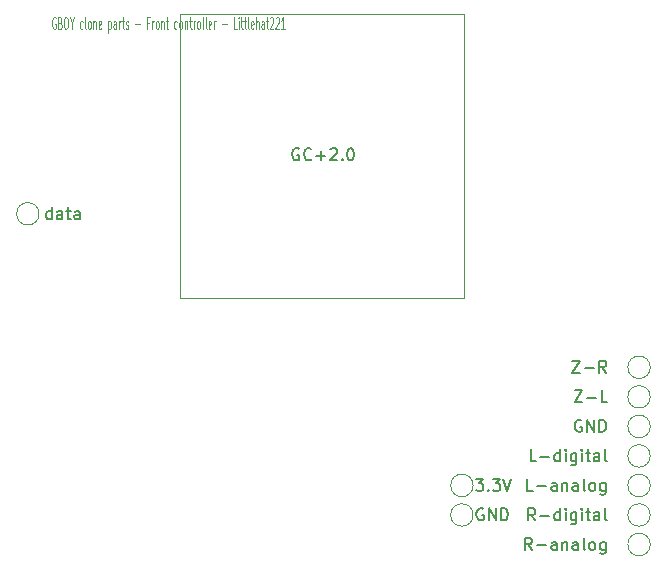
<source format=gbr>
%TF.GenerationSoftware,KiCad,Pcbnew,(6.0.5)*%
%TF.CreationDate,2022-06-15T00:03:33-05:00*%
%TF.ProjectId,GBOYFrontController,47424f59-4672-46f6-9e74-436f6e74726f,rev?*%
%TF.SameCoordinates,Original*%
%TF.FileFunction,Legend,Top*%
%TF.FilePolarity,Positive*%
%FSLAX46Y46*%
G04 Gerber Fmt 4.6, Leading zero omitted, Abs format (unit mm)*
G04 Created by KiCad (PCBNEW (6.0.5)) date 2022-06-15 00:03:33*
%MOMM*%
%LPD*%
G01*
G04 APERTURE LIST*
%ADD10C,0.100000*%
%ADD11C,0.150000*%
%ADD12C,0.120000*%
G04 APERTURE END LIST*
D10*
X17845952Y-99900000D02*
X17798333Y-99852380D01*
X17726904Y-99852380D01*
X17655476Y-99900000D01*
X17607857Y-99995238D01*
X17584047Y-100090476D01*
X17560238Y-100280952D01*
X17560238Y-100423809D01*
X17584047Y-100614285D01*
X17607857Y-100709523D01*
X17655476Y-100804761D01*
X17726904Y-100852380D01*
X17774523Y-100852380D01*
X17845952Y-100804761D01*
X17869761Y-100757142D01*
X17869761Y-100423809D01*
X17774523Y-100423809D01*
X18250714Y-100328571D02*
X18322142Y-100376190D01*
X18345952Y-100423809D01*
X18369761Y-100519047D01*
X18369761Y-100661904D01*
X18345952Y-100757142D01*
X18322142Y-100804761D01*
X18274523Y-100852380D01*
X18084047Y-100852380D01*
X18084047Y-99852380D01*
X18250714Y-99852380D01*
X18298333Y-99900000D01*
X18322142Y-99947619D01*
X18345952Y-100042857D01*
X18345952Y-100138095D01*
X18322142Y-100233333D01*
X18298333Y-100280952D01*
X18250714Y-100328571D01*
X18084047Y-100328571D01*
X18679285Y-99852380D02*
X18774523Y-99852380D01*
X18822142Y-99900000D01*
X18869761Y-99995238D01*
X18893571Y-100185714D01*
X18893571Y-100519047D01*
X18869761Y-100709523D01*
X18822142Y-100804761D01*
X18774523Y-100852380D01*
X18679285Y-100852380D01*
X18631666Y-100804761D01*
X18584047Y-100709523D01*
X18560238Y-100519047D01*
X18560238Y-100185714D01*
X18584047Y-99995238D01*
X18631666Y-99900000D01*
X18679285Y-99852380D01*
X19203095Y-100376190D02*
X19203095Y-100852380D01*
X19036428Y-99852380D02*
X19203095Y-100376190D01*
X19369761Y-99852380D01*
X20131666Y-100804761D02*
X20084047Y-100852380D01*
X19988809Y-100852380D01*
X19941190Y-100804761D01*
X19917380Y-100757142D01*
X19893571Y-100661904D01*
X19893571Y-100376190D01*
X19917380Y-100280952D01*
X19941190Y-100233333D01*
X19988809Y-100185714D01*
X20084047Y-100185714D01*
X20131666Y-100233333D01*
X20417380Y-100852380D02*
X20369761Y-100804761D01*
X20345952Y-100709523D01*
X20345952Y-99852380D01*
X20679285Y-100852380D02*
X20631666Y-100804761D01*
X20607857Y-100757142D01*
X20584047Y-100661904D01*
X20584047Y-100376190D01*
X20607857Y-100280952D01*
X20631666Y-100233333D01*
X20679285Y-100185714D01*
X20750714Y-100185714D01*
X20798333Y-100233333D01*
X20822142Y-100280952D01*
X20845952Y-100376190D01*
X20845952Y-100661904D01*
X20822142Y-100757142D01*
X20798333Y-100804761D01*
X20750714Y-100852380D01*
X20679285Y-100852380D01*
X21060238Y-100185714D02*
X21060238Y-100852380D01*
X21060238Y-100280952D02*
X21084047Y-100233333D01*
X21131666Y-100185714D01*
X21203095Y-100185714D01*
X21250714Y-100233333D01*
X21274523Y-100328571D01*
X21274523Y-100852380D01*
X21703095Y-100804761D02*
X21655476Y-100852380D01*
X21560238Y-100852380D01*
X21512619Y-100804761D01*
X21488809Y-100709523D01*
X21488809Y-100328571D01*
X21512619Y-100233333D01*
X21560238Y-100185714D01*
X21655476Y-100185714D01*
X21703095Y-100233333D01*
X21726904Y-100328571D01*
X21726904Y-100423809D01*
X21488809Y-100519047D01*
X22322142Y-100185714D02*
X22322142Y-101185714D01*
X22322142Y-100233333D02*
X22369761Y-100185714D01*
X22465000Y-100185714D01*
X22512619Y-100233333D01*
X22536428Y-100280952D01*
X22560238Y-100376190D01*
X22560238Y-100661904D01*
X22536428Y-100757142D01*
X22512619Y-100804761D01*
X22465000Y-100852380D01*
X22369761Y-100852380D01*
X22322142Y-100804761D01*
X22988809Y-100852380D02*
X22988809Y-100328571D01*
X22965000Y-100233333D01*
X22917380Y-100185714D01*
X22822142Y-100185714D01*
X22774523Y-100233333D01*
X22988809Y-100804761D02*
X22941190Y-100852380D01*
X22822142Y-100852380D01*
X22774523Y-100804761D01*
X22750714Y-100709523D01*
X22750714Y-100614285D01*
X22774523Y-100519047D01*
X22822142Y-100471428D01*
X22941190Y-100471428D01*
X22988809Y-100423809D01*
X23226904Y-100852380D02*
X23226904Y-100185714D01*
X23226904Y-100376190D02*
X23250714Y-100280952D01*
X23274523Y-100233333D01*
X23322142Y-100185714D01*
X23369761Y-100185714D01*
X23465000Y-100185714D02*
X23655476Y-100185714D01*
X23536428Y-99852380D02*
X23536428Y-100709523D01*
X23560238Y-100804761D01*
X23607857Y-100852380D01*
X23655476Y-100852380D01*
X23798333Y-100804761D02*
X23845952Y-100852380D01*
X23941190Y-100852380D01*
X23988809Y-100804761D01*
X24012619Y-100709523D01*
X24012619Y-100661904D01*
X23988809Y-100566666D01*
X23941190Y-100519047D01*
X23869761Y-100519047D01*
X23822142Y-100471428D01*
X23798333Y-100376190D01*
X23798333Y-100328571D01*
X23822142Y-100233333D01*
X23869761Y-100185714D01*
X23941190Y-100185714D01*
X23988809Y-100233333D01*
X24607857Y-100471428D02*
X24988809Y-100471428D01*
X25774523Y-100328571D02*
X25607857Y-100328571D01*
X25607857Y-100852380D02*
X25607857Y-99852380D01*
X25845952Y-99852380D01*
X26036428Y-100852380D02*
X26036428Y-100185714D01*
X26036428Y-100376190D02*
X26060238Y-100280952D01*
X26084047Y-100233333D01*
X26131666Y-100185714D01*
X26179285Y-100185714D01*
X26417380Y-100852380D02*
X26369761Y-100804761D01*
X26345952Y-100757142D01*
X26322142Y-100661904D01*
X26322142Y-100376190D01*
X26345952Y-100280952D01*
X26369761Y-100233333D01*
X26417380Y-100185714D01*
X26488809Y-100185714D01*
X26536428Y-100233333D01*
X26560238Y-100280952D01*
X26584047Y-100376190D01*
X26584047Y-100661904D01*
X26560238Y-100757142D01*
X26536428Y-100804761D01*
X26488809Y-100852380D01*
X26417380Y-100852380D01*
X26798333Y-100185714D02*
X26798333Y-100852380D01*
X26798333Y-100280952D02*
X26822142Y-100233333D01*
X26869761Y-100185714D01*
X26941190Y-100185714D01*
X26988809Y-100233333D01*
X27012619Y-100328571D01*
X27012619Y-100852380D01*
X27179285Y-100185714D02*
X27369761Y-100185714D01*
X27250714Y-99852380D02*
X27250714Y-100709523D01*
X27274523Y-100804761D01*
X27322142Y-100852380D01*
X27369761Y-100852380D01*
X28131666Y-100804761D02*
X28084047Y-100852380D01*
X27988809Y-100852380D01*
X27941190Y-100804761D01*
X27917380Y-100757142D01*
X27893571Y-100661904D01*
X27893571Y-100376190D01*
X27917380Y-100280952D01*
X27941190Y-100233333D01*
X27988809Y-100185714D01*
X28084047Y-100185714D01*
X28131666Y-100233333D01*
X28417380Y-100852380D02*
X28369761Y-100804761D01*
X28345952Y-100757142D01*
X28322142Y-100661904D01*
X28322142Y-100376190D01*
X28345952Y-100280952D01*
X28369761Y-100233333D01*
X28417380Y-100185714D01*
X28488809Y-100185714D01*
X28536428Y-100233333D01*
X28560238Y-100280952D01*
X28584047Y-100376190D01*
X28584047Y-100661904D01*
X28560238Y-100757142D01*
X28536428Y-100804761D01*
X28488809Y-100852380D01*
X28417380Y-100852380D01*
X28798333Y-100185714D02*
X28798333Y-100852380D01*
X28798333Y-100280952D02*
X28822142Y-100233333D01*
X28869761Y-100185714D01*
X28941190Y-100185714D01*
X28988809Y-100233333D01*
X29012619Y-100328571D01*
X29012619Y-100852380D01*
X29179285Y-100185714D02*
X29369761Y-100185714D01*
X29250714Y-99852380D02*
X29250714Y-100709523D01*
X29274523Y-100804761D01*
X29322142Y-100852380D01*
X29369761Y-100852380D01*
X29536428Y-100852380D02*
X29536428Y-100185714D01*
X29536428Y-100376190D02*
X29560238Y-100280952D01*
X29584047Y-100233333D01*
X29631666Y-100185714D01*
X29679285Y-100185714D01*
X29917380Y-100852380D02*
X29869761Y-100804761D01*
X29845952Y-100757142D01*
X29822142Y-100661904D01*
X29822142Y-100376190D01*
X29845952Y-100280952D01*
X29869761Y-100233333D01*
X29917380Y-100185714D01*
X29988809Y-100185714D01*
X30036428Y-100233333D01*
X30060238Y-100280952D01*
X30084047Y-100376190D01*
X30084047Y-100661904D01*
X30060238Y-100757142D01*
X30036428Y-100804761D01*
X29988809Y-100852380D01*
X29917380Y-100852380D01*
X30369761Y-100852380D02*
X30322142Y-100804761D01*
X30298333Y-100709523D01*
X30298333Y-99852380D01*
X30631666Y-100852380D02*
X30584047Y-100804761D01*
X30560238Y-100709523D01*
X30560238Y-99852380D01*
X31012619Y-100804761D02*
X30964999Y-100852380D01*
X30869761Y-100852380D01*
X30822142Y-100804761D01*
X30798333Y-100709523D01*
X30798333Y-100328571D01*
X30822142Y-100233333D01*
X30869761Y-100185714D01*
X30964999Y-100185714D01*
X31012619Y-100233333D01*
X31036428Y-100328571D01*
X31036428Y-100423809D01*
X30798333Y-100519047D01*
X31250714Y-100852380D02*
X31250714Y-100185714D01*
X31250714Y-100376190D02*
X31274523Y-100280952D01*
X31298333Y-100233333D01*
X31345952Y-100185714D01*
X31393571Y-100185714D01*
X31941190Y-100471428D02*
X32322142Y-100471428D01*
X33179285Y-100852380D02*
X32941190Y-100852380D01*
X32941190Y-99852380D01*
X33345952Y-100852380D02*
X33345952Y-100185714D01*
X33345952Y-99852380D02*
X33322142Y-99900000D01*
X33345952Y-99947619D01*
X33369761Y-99900000D01*
X33345952Y-99852380D01*
X33345952Y-99947619D01*
X33512619Y-100185714D02*
X33703095Y-100185714D01*
X33584047Y-99852380D02*
X33584047Y-100709523D01*
X33607857Y-100804761D01*
X33655476Y-100852380D01*
X33703095Y-100852380D01*
X33798333Y-100185714D02*
X33988809Y-100185714D01*
X33869761Y-99852380D02*
X33869761Y-100709523D01*
X33893571Y-100804761D01*
X33941190Y-100852380D01*
X33988809Y-100852380D01*
X34226904Y-100852380D02*
X34179285Y-100804761D01*
X34155476Y-100709523D01*
X34155476Y-99852380D01*
X34607857Y-100804761D02*
X34560238Y-100852380D01*
X34465000Y-100852380D01*
X34417380Y-100804761D01*
X34393571Y-100709523D01*
X34393571Y-100328571D01*
X34417380Y-100233333D01*
X34465000Y-100185714D01*
X34560238Y-100185714D01*
X34607857Y-100233333D01*
X34631666Y-100328571D01*
X34631666Y-100423809D01*
X34393571Y-100519047D01*
X34845952Y-100852380D02*
X34845952Y-99852380D01*
X35060238Y-100852380D02*
X35060238Y-100328571D01*
X35036428Y-100233333D01*
X34988809Y-100185714D01*
X34917380Y-100185714D01*
X34869761Y-100233333D01*
X34845952Y-100280952D01*
X35512619Y-100852380D02*
X35512619Y-100328571D01*
X35488809Y-100233333D01*
X35441190Y-100185714D01*
X35345952Y-100185714D01*
X35298333Y-100233333D01*
X35512619Y-100804761D02*
X35465000Y-100852380D01*
X35345952Y-100852380D01*
X35298333Y-100804761D01*
X35274523Y-100709523D01*
X35274523Y-100614285D01*
X35298333Y-100519047D01*
X35345952Y-100471428D01*
X35465000Y-100471428D01*
X35512619Y-100423809D01*
X35679285Y-100185714D02*
X35869761Y-100185714D01*
X35750714Y-99852380D02*
X35750714Y-100709523D01*
X35774523Y-100804761D01*
X35822142Y-100852380D01*
X35869761Y-100852380D01*
X36012619Y-99947619D02*
X36036428Y-99900000D01*
X36084047Y-99852380D01*
X36203095Y-99852380D01*
X36250714Y-99900000D01*
X36274523Y-99947619D01*
X36298333Y-100042857D01*
X36298333Y-100138095D01*
X36274523Y-100280952D01*
X35988809Y-100852380D01*
X36298333Y-100852380D01*
X36488809Y-99947619D02*
X36512619Y-99900000D01*
X36560238Y-99852380D01*
X36679285Y-99852380D01*
X36726904Y-99900000D01*
X36750714Y-99947619D01*
X36774523Y-100042857D01*
X36774523Y-100138095D01*
X36750714Y-100280952D01*
X36465000Y-100852380D01*
X36774523Y-100852380D01*
X37250714Y-100852380D02*
X36965000Y-100852380D01*
X37107857Y-100852380D02*
X37107857Y-99852380D01*
X37060238Y-99995238D01*
X37012619Y-100090476D01*
X36965000Y-100138095D01*
D11*
%TO.C,TP1*%
X17514166Y-116952380D02*
X17514166Y-115952380D01*
X17514166Y-116904761D02*
X17418928Y-116952380D01*
X17228452Y-116952380D01*
X17133214Y-116904761D01*
X17085595Y-116857142D01*
X17037976Y-116761904D01*
X17037976Y-116476190D01*
X17085595Y-116380952D01*
X17133214Y-116333333D01*
X17228452Y-116285714D01*
X17418928Y-116285714D01*
X17514166Y-116333333D01*
X18418928Y-116952380D02*
X18418928Y-116428571D01*
X18371309Y-116333333D01*
X18276071Y-116285714D01*
X18085595Y-116285714D01*
X17990357Y-116333333D01*
X18418928Y-116904761D02*
X18323690Y-116952380D01*
X18085595Y-116952380D01*
X17990357Y-116904761D01*
X17942738Y-116809523D01*
X17942738Y-116714285D01*
X17990357Y-116619047D01*
X18085595Y-116571428D01*
X18323690Y-116571428D01*
X18418928Y-116523809D01*
X18752261Y-116285714D02*
X19133214Y-116285714D01*
X18895119Y-115952380D02*
X18895119Y-116809523D01*
X18942738Y-116904761D01*
X19037976Y-116952380D01*
X19133214Y-116952380D01*
X19895119Y-116952380D02*
X19895119Y-116428571D01*
X19847500Y-116333333D01*
X19752261Y-116285714D01*
X19561785Y-116285714D01*
X19466547Y-116333333D01*
X19895119Y-116904761D02*
X19799880Y-116952380D01*
X19561785Y-116952380D01*
X19466547Y-116904761D01*
X19418928Y-116809523D01*
X19418928Y-116714285D01*
X19466547Y-116619047D01*
X19561785Y-116571428D01*
X19799880Y-116571428D01*
X19895119Y-116523809D01*
%TO.C,TP2*%
X58176309Y-144952380D02*
X57842976Y-144476190D01*
X57604880Y-144952380D02*
X57604880Y-143952380D01*
X57985833Y-143952380D01*
X58081071Y-144000000D01*
X58128690Y-144047619D01*
X58176309Y-144142857D01*
X58176309Y-144285714D01*
X58128690Y-144380952D01*
X58081071Y-144428571D01*
X57985833Y-144476190D01*
X57604880Y-144476190D01*
X58604880Y-144571428D02*
X59366785Y-144571428D01*
X60271547Y-144952380D02*
X60271547Y-144428571D01*
X60223928Y-144333333D01*
X60128690Y-144285714D01*
X59938214Y-144285714D01*
X59842976Y-144333333D01*
X60271547Y-144904761D02*
X60176309Y-144952380D01*
X59938214Y-144952380D01*
X59842976Y-144904761D01*
X59795357Y-144809523D01*
X59795357Y-144714285D01*
X59842976Y-144619047D01*
X59938214Y-144571428D01*
X60176309Y-144571428D01*
X60271547Y-144523809D01*
X60747738Y-144285714D02*
X60747738Y-144952380D01*
X60747738Y-144380952D02*
X60795357Y-144333333D01*
X60890595Y-144285714D01*
X61033452Y-144285714D01*
X61128690Y-144333333D01*
X61176309Y-144428571D01*
X61176309Y-144952380D01*
X62081071Y-144952380D02*
X62081071Y-144428571D01*
X62033452Y-144333333D01*
X61938214Y-144285714D01*
X61747738Y-144285714D01*
X61652500Y-144333333D01*
X62081071Y-144904761D02*
X61985833Y-144952380D01*
X61747738Y-144952380D01*
X61652500Y-144904761D01*
X61604880Y-144809523D01*
X61604880Y-144714285D01*
X61652500Y-144619047D01*
X61747738Y-144571428D01*
X61985833Y-144571428D01*
X62081071Y-144523809D01*
X62700119Y-144952380D02*
X62604880Y-144904761D01*
X62557261Y-144809523D01*
X62557261Y-143952380D01*
X63223928Y-144952380D02*
X63128690Y-144904761D01*
X63081071Y-144857142D01*
X63033452Y-144761904D01*
X63033452Y-144476190D01*
X63081071Y-144380952D01*
X63128690Y-144333333D01*
X63223928Y-144285714D01*
X63366785Y-144285714D01*
X63462023Y-144333333D01*
X63509642Y-144380952D01*
X63557261Y-144476190D01*
X63557261Y-144761904D01*
X63509642Y-144857142D01*
X63462023Y-144904761D01*
X63366785Y-144952380D01*
X63223928Y-144952380D01*
X64414404Y-144285714D02*
X64414404Y-145095238D01*
X64366785Y-145190476D01*
X64319166Y-145238095D01*
X64223928Y-145285714D01*
X64081071Y-145285714D01*
X63985833Y-145238095D01*
X64414404Y-144904761D02*
X64319166Y-144952380D01*
X64128690Y-144952380D01*
X64033452Y-144904761D01*
X63985833Y-144857142D01*
X63938214Y-144761904D01*
X63938214Y-144476190D01*
X63985833Y-144380952D01*
X64033452Y-144333333D01*
X64128690Y-144285714D01*
X64319166Y-144285714D01*
X64414404Y-144333333D01*
%TO.C,TP3*%
X58462023Y-142452380D02*
X58128690Y-141976190D01*
X57890595Y-142452380D02*
X57890595Y-141452380D01*
X58271547Y-141452380D01*
X58366785Y-141500000D01*
X58414404Y-141547619D01*
X58462023Y-141642857D01*
X58462023Y-141785714D01*
X58414404Y-141880952D01*
X58366785Y-141928571D01*
X58271547Y-141976190D01*
X57890595Y-141976190D01*
X58890595Y-142071428D02*
X59652500Y-142071428D01*
X60557261Y-142452380D02*
X60557261Y-141452380D01*
X60557261Y-142404761D02*
X60462023Y-142452380D01*
X60271547Y-142452380D01*
X60176309Y-142404761D01*
X60128690Y-142357142D01*
X60081071Y-142261904D01*
X60081071Y-141976190D01*
X60128690Y-141880952D01*
X60176309Y-141833333D01*
X60271547Y-141785714D01*
X60462023Y-141785714D01*
X60557261Y-141833333D01*
X61033452Y-142452380D02*
X61033452Y-141785714D01*
X61033452Y-141452380D02*
X60985833Y-141500000D01*
X61033452Y-141547619D01*
X61081071Y-141500000D01*
X61033452Y-141452380D01*
X61033452Y-141547619D01*
X61938214Y-141785714D02*
X61938214Y-142595238D01*
X61890595Y-142690476D01*
X61842976Y-142738095D01*
X61747738Y-142785714D01*
X61604880Y-142785714D01*
X61509642Y-142738095D01*
X61938214Y-142404761D02*
X61842976Y-142452380D01*
X61652500Y-142452380D01*
X61557261Y-142404761D01*
X61509642Y-142357142D01*
X61462023Y-142261904D01*
X61462023Y-141976190D01*
X61509642Y-141880952D01*
X61557261Y-141833333D01*
X61652500Y-141785714D01*
X61842976Y-141785714D01*
X61938214Y-141833333D01*
X62414404Y-142452380D02*
X62414404Y-141785714D01*
X62414404Y-141452380D02*
X62366785Y-141500000D01*
X62414404Y-141547619D01*
X62462023Y-141500000D01*
X62414404Y-141452380D01*
X62414404Y-141547619D01*
X62747738Y-141785714D02*
X63128690Y-141785714D01*
X62890595Y-141452380D02*
X62890595Y-142309523D01*
X62938214Y-142404761D01*
X63033452Y-142452380D01*
X63128690Y-142452380D01*
X63890595Y-142452380D02*
X63890595Y-141928571D01*
X63842976Y-141833333D01*
X63747738Y-141785714D01*
X63557261Y-141785714D01*
X63462023Y-141833333D01*
X63890595Y-142404761D02*
X63795357Y-142452380D01*
X63557261Y-142452380D01*
X63462023Y-142404761D01*
X63414404Y-142309523D01*
X63414404Y-142214285D01*
X63462023Y-142119047D01*
X63557261Y-142071428D01*
X63795357Y-142071428D01*
X63890595Y-142023809D01*
X64509642Y-142452380D02*
X64414404Y-142404761D01*
X64366785Y-142309523D01*
X64366785Y-141452380D01*
%TO.C,TP5*%
X58557261Y-137452380D02*
X58081071Y-137452380D01*
X58081071Y-136452380D01*
X58890595Y-137071428D02*
X59652500Y-137071428D01*
X60557261Y-137452380D02*
X60557261Y-136452380D01*
X60557261Y-137404761D02*
X60462023Y-137452380D01*
X60271547Y-137452380D01*
X60176309Y-137404761D01*
X60128690Y-137357142D01*
X60081071Y-137261904D01*
X60081071Y-136976190D01*
X60128690Y-136880952D01*
X60176309Y-136833333D01*
X60271547Y-136785714D01*
X60462023Y-136785714D01*
X60557261Y-136833333D01*
X61033452Y-137452380D02*
X61033452Y-136785714D01*
X61033452Y-136452380D02*
X60985833Y-136500000D01*
X61033452Y-136547619D01*
X61081071Y-136500000D01*
X61033452Y-136452380D01*
X61033452Y-136547619D01*
X61938214Y-136785714D02*
X61938214Y-137595238D01*
X61890595Y-137690476D01*
X61842976Y-137738095D01*
X61747738Y-137785714D01*
X61604880Y-137785714D01*
X61509642Y-137738095D01*
X61938214Y-137404761D02*
X61842976Y-137452380D01*
X61652500Y-137452380D01*
X61557261Y-137404761D01*
X61509642Y-137357142D01*
X61462023Y-137261904D01*
X61462023Y-136976190D01*
X61509642Y-136880952D01*
X61557261Y-136833333D01*
X61652500Y-136785714D01*
X61842976Y-136785714D01*
X61938214Y-136833333D01*
X62414404Y-137452380D02*
X62414404Y-136785714D01*
X62414404Y-136452380D02*
X62366785Y-136500000D01*
X62414404Y-136547619D01*
X62462023Y-136500000D01*
X62414404Y-136452380D01*
X62414404Y-136547619D01*
X62747738Y-136785714D02*
X63128690Y-136785714D01*
X62890595Y-136452380D02*
X62890595Y-137309523D01*
X62938214Y-137404761D01*
X63033452Y-137452380D01*
X63128690Y-137452380D01*
X63890595Y-137452380D02*
X63890595Y-136928571D01*
X63842976Y-136833333D01*
X63747738Y-136785714D01*
X63557261Y-136785714D01*
X63462023Y-136833333D01*
X63890595Y-137404761D02*
X63795357Y-137452380D01*
X63557261Y-137452380D01*
X63462023Y-137404761D01*
X63414404Y-137309523D01*
X63414404Y-137214285D01*
X63462023Y-137119047D01*
X63557261Y-137071428D01*
X63795357Y-137071428D01*
X63890595Y-137023809D01*
X64509642Y-137452380D02*
X64414404Y-137404761D01*
X64366785Y-137309523D01*
X64366785Y-136452380D01*
%TO.C,TP6*%
X61795357Y-131452380D02*
X62462023Y-131452380D01*
X61795357Y-132452380D01*
X62462023Y-132452380D01*
X62842976Y-132071428D02*
X63604880Y-132071428D01*
X64557261Y-132452380D02*
X64081071Y-132452380D01*
X64081071Y-131452380D01*
%TO.C,TP8*%
X62366785Y-134000000D02*
X62271547Y-133952380D01*
X62128690Y-133952380D01*
X61985833Y-134000000D01*
X61890595Y-134095238D01*
X61842976Y-134190476D01*
X61795357Y-134380952D01*
X61795357Y-134523809D01*
X61842976Y-134714285D01*
X61890595Y-134809523D01*
X61985833Y-134904761D01*
X62128690Y-134952380D01*
X62223928Y-134952380D01*
X62366785Y-134904761D01*
X62414404Y-134857142D01*
X62414404Y-134523809D01*
X62223928Y-134523809D01*
X62842976Y-134952380D02*
X62842976Y-133952380D01*
X63414404Y-134952380D01*
X63414404Y-133952380D01*
X63890595Y-134952380D02*
X63890595Y-133952380D01*
X64128690Y-133952380D01*
X64271547Y-134000000D01*
X64366785Y-134095238D01*
X64414404Y-134190476D01*
X64462023Y-134380952D01*
X64462023Y-134523809D01*
X64414404Y-134714285D01*
X64366785Y-134809523D01*
X64271547Y-134904761D01*
X64128690Y-134952380D01*
X63890595Y-134952380D01*
%TO.C,U1*%
X38452380Y-111000000D02*
X38357142Y-110952380D01*
X38214285Y-110952380D01*
X38071428Y-111000000D01*
X37976190Y-111095238D01*
X37928571Y-111190476D01*
X37880952Y-111380952D01*
X37880952Y-111523809D01*
X37928571Y-111714285D01*
X37976190Y-111809523D01*
X38071428Y-111904761D01*
X38214285Y-111952380D01*
X38309523Y-111952380D01*
X38452380Y-111904761D01*
X38500000Y-111857142D01*
X38500000Y-111523809D01*
X38309523Y-111523809D01*
X39500000Y-111857142D02*
X39452380Y-111904761D01*
X39309523Y-111952380D01*
X39214285Y-111952380D01*
X39071428Y-111904761D01*
X38976190Y-111809523D01*
X38928571Y-111714285D01*
X38880952Y-111523809D01*
X38880952Y-111380952D01*
X38928571Y-111190476D01*
X38976190Y-111095238D01*
X39071428Y-111000000D01*
X39214285Y-110952380D01*
X39309523Y-110952380D01*
X39452380Y-111000000D01*
X39500000Y-111047619D01*
X39928571Y-111571428D02*
X40690476Y-111571428D01*
X40309523Y-111952380D02*
X40309523Y-111190476D01*
X41119047Y-111047619D02*
X41166666Y-111000000D01*
X41261904Y-110952380D01*
X41500000Y-110952380D01*
X41595238Y-111000000D01*
X41642857Y-111047619D01*
X41690476Y-111142857D01*
X41690476Y-111238095D01*
X41642857Y-111380952D01*
X41071428Y-111952380D01*
X41690476Y-111952380D01*
X42119047Y-111857142D02*
X42166666Y-111904761D01*
X42119047Y-111952380D01*
X42071428Y-111904761D01*
X42119047Y-111857142D01*
X42119047Y-111952380D01*
X42785714Y-110952380D02*
X42880952Y-110952380D01*
X42976190Y-111000000D01*
X43023809Y-111047619D01*
X43071428Y-111142857D01*
X43119047Y-111333333D01*
X43119047Y-111571428D01*
X43071428Y-111761904D01*
X43023809Y-111857142D01*
X42976190Y-111904761D01*
X42880952Y-111952380D01*
X42785714Y-111952380D01*
X42690476Y-111904761D01*
X42642857Y-111857142D01*
X42595238Y-111761904D01*
X42547619Y-111571428D01*
X42547619Y-111333333D01*
X42595238Y-111142857D01*
X42642857Y-111047619D01*
X42690476Y-111000000D01*
X42785714Y-110952380D01*
%TO.C,TP7*%
X61604880Y-128952380D02*
X62271547Y-128952380D01*
X61604880Y-129952380D01*
X62271547Y-129952380D01*
X62652500Y-129571428D02*
X63414404Y-129571428D01*
X64462023Y-129952380D02*
X64128690Y-129476190D01*
X63890595Y-129952380D02*
X63890595Y-128952380D01*
X64271547Y-128952380D01*
X64366785Y-129000000D01*
X64414404Y-129047619D01*
X64462023Y-129142857D01*
X64462023Y-129285714D01*
X64414404Y-129380952D01*
X64366785Y-129428571D01*
X64271547Y-129476190D01*
X63890595Y-129476190D01*
%TO.C,TP10*%
X53440357Y-138952380D02*
X54059404Y-138952380D01*
X53726071Y-139333333D01*
X53868928Y-139333333D01*
X53964166Y-139380952D01*
X54011785Y-139428571D01*
X54059404Y-139523809D01*
X54059404Y-139761904D01*
X54011785Y-139857142D01*
X53964166Y-139904761D01*
X53868928Y-139952380D01*
X53583214Y-139952380D01*
X53487976Y-139904761D01*
X53440357Y-139857142D01*
X54487976Y-139857142D02*
X54535595Y-139904761D01*
X54487976Y-139952380D01*
X54440357Y-139904761D01*
X54487976Y-139857142D01*
X54487976Y-139952380D01*
X54868928Y-138952380D02*
X55487976Y-138952380D01*
X55154642Y-139333333D01*
X55297500Y-139333333D01*
X55392738Y-139380952D01*
X55440357Y-139428571D01*
X55487976Y-139523809D01*
X55487976Y-139761904D01*
X55440357Y-139857142D01*
X55392738Y-139904761D01*
X55297500Y-139952380D01*
X55011785Y-139952380D01*
X54916547Y-139904761D01*
X54868928Y-139857142D01*
X55773690Y-138952380D02*
X56107023Y-139952380D01*
X56440357Y-138952380D01*
%TO.C,TP4*%
X58271547Y-139952380D02*
X57795357Y-139952380D01*
X57795357Y-138952380D01*
X58604880Y-139571428D02*
X59366785Y-139571428D01*
X60271547Y-139952380D02*
X60271547Y-139428571D01*
X60223928Y-139333333D01*
X60128690Y-139285714D01*
X59938214Y-139285714D01*
X59842976Y-139333333D01*
X60271547Y-139904761D02*
X60176309Y-139952380D01*
X59938214Y-139952380D01*
X59842976Y-139904761D01*
X59795357Y-139809523D01*
X59795357Y-139714285D01*
X59842976Y-139619047D01*
X59938214Y-139571428D01*
X60176309Y-139571428D01*
X60271547Y-139523809D01*
X60747738Y-139285714D02*
X60747738Y-139952380D01*
X60747738Y-139380952D02*
X60795357Y-139333333D01*
X60890595Y-139285714D01*
X61033452Y-139285714D01*
X61128690Y-139333333D01*
X61176309Y-139428571D01*
X61176309Y-139952380D01*
X62081071Y-139952380D02*
X62081071Y-139428571D01*
X62033452Y-139333333D01*
X61938214Y-139285714D01*
X61747738Y-139285714D01*
X61652500Y-139333333D01*
X62081071Y-139904761D02*
X61985833Y-139952380D01*
X61747738Y-139952380D01*
X61652500Y-139904761D01*
X61604880Y-139809523D01*
X61604880Y-139714285D01*
X61652500Y-139619047D01*
X61747738Y-139571428D01*
X61985833Y-139571428D01*
X62081071Y-139523809D01*
X62700119Y-139952380D02*
X62604880Y-139904761D01*
X62557261Y-139809523D01*
X62557261Y-138952380D01*
X63223928Y-139952380D02*
X63128690Y-139904761D01*
X63081071Y-139857142D01*
X63033452Y-139761904D01*
X63033452Y-139476190D01*
X63081071Y-139380952D01*
X63128690Y-139333333D01*
X63223928Y-139285714D01*
X63366785Y-139285714D01*
X63462023Y-139333333D01*
X63509642Y-139380952D01*
X63557261Y-139476190D01*
X63557261Y-139761904D01*
X63509642Y-139857142D01*
X63462023Y-139904761D01*
X63366785Y-139952380D01*
X63223928Y-139952380D01*
X64414404Y-139285714D02*
X64414404Y-140095238D01*
X64366785Y-140190476D01*
X64319166Y-140238095D01*
X64223928Y-140285714D01*
X64081071Y-140285714D01*
X63985833Y-140238095D01*
X64414404Y-139904761D02*
X64319166Y-139952380D01*
X64128690Y-139952380D01*
X64033452Y-139904761D01*
X63985833Y-139857142D01*
X63938214Y-139761904D01*
X63938214Y-139476190D01*
X63985833Y-139380952D01*
X64033452Y-139333333D01*
X64128690Y-139285714D01*
X64319166Y-139285714D01*
X64414404Y-139333333D01*
%TO.C,TP9*%
X54059404Y-141500000D02*
X53964166Y-141452380D01*
X53821309Y-141452380D01*
X53678452Y-141500000D01*
X53583214Y-141595238D01*
X53535595Y-141690476D01*
X53487976Y-141880952D01*
X53487976Y-142023809D01*
X53535595Y-142214285D01*
X53583214Y-142309523D01*
X53678452Y-142404761D01*
X53821309Y-142452380D01*
X53916547Y-142452380D01*
X54059404Y-142404761D01*
X54107023Y-142357142D01*
X54107023Y-142023809D01*
X53916547Y-142023809D01*
X54535595Y-142452380D02*
X54535595Y-141452380D01*
X55107023Y-142452380D01*
X55107023Y-141452380D01*
X55583214Y-142452380D02*
X55583214Y-141452380D01*
X55821309Y-141452380D01*
X55964166Y-141500000D01*
X56059404Y-141595238D01*
X56107023Y-141690476D01*
X56154642Y-141880952D01*
X56154642Y-142023809D01*
X56107023Y-142214285D01*
X56059404Y-142309523D01*
X55964166Y-142404761D01*
X55821309Y-142452380D01*
X55583214Y-142452380D01*
D12*
%TO.C,TP1*%
X16450000Y-116500000D02*
G75*
G03*
X16450000Y-116500000I-950000J0D01*
G01*
%TO.C,TP2*%
X68200000Y-144500000D02*
G75*
G03*
X68200000Y-144500000I-950000J0D01*
G01*
%TO.C,TP3*%
X68200000Y-142000000D02*
G75*
G03*
X68200000Y-142000000I-950000J0D01*
G01*
%TO.C,TP5*%
X68200000Y-137000000D02*
G75*
G03*
X68200000Y-137000000I-950000J0D01*
G01*
%TO.C,TP6*%
X68200000Y-132000000D02*
G75*
G03*
X68200000Y-132000000I-950000J0D01*
G01*
%TO.C,TP8*%
X68200000Y-134500000D02*
G75*
G03*
X68200000Y-134500000I-950000J0D01*
G01*
%TO.C,U1*%
X52390000Y-123610000D02*
X52390000Y-99610000D01*
X52390000Y-99610000D02*
X28390000Y-99610000D01*
X28390000Y-99610000D02*
X28390000Y-123610000D01*
X28390000Y-123610000D02*
X52390000Y-123610000D01*
%TO.C,TP7*%
X68200000Y-129500000D02*
G75*
G03*
X68200000Y-129500000I-950000J0D01*
G01*
%TO.C,TP10*%
X53200000Y-139500000D02*
G75*
G03*
X53200000Y-139500000I-950000J0D01*
G01*
%TO.C,TP4*%
X68200000Y-139500000D02*
G75*
G03*
X68200000Y-139500000I-950000J0D01*
G01*
%TO.C,TP9*%
X53200000Y-142000000D02*
G75*
G03*
X53200000Y-142000000I-950000J0D01*
G01*
%TD*%
M02*

</source>
